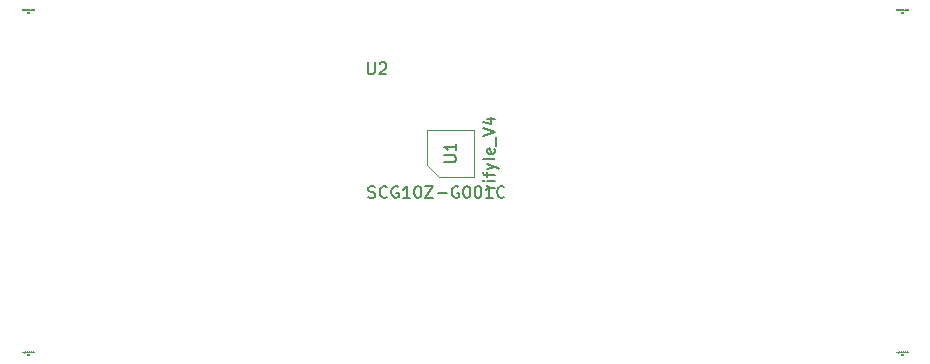
<source format=gbr>
G04 #@! TF.GenerationSoftware,KiCad,Pcbnew,6.0.9-8da3e8f707~117~ubuntu20.04.1*
G04 #@! TF.CreationDate,2022-12-15T16:30:46+01:00*
G04 #@! TF.ProjectId,picsyle-R_motion_915,70696373-796c-4652-9d52-5f6d6f74696f,rev?*
G04 #@! TF.SameCoordinates,Original*
G04 #@! TF.FileFunction,AssemblyDrawing,Top*
%FSLAX46Y46*%
G04 Gerber Fmt 4.6, Leading zero omitted, Abs format (unit mm)*
G04 Created by KiCad (PCBNEW 6.0.9-8da3e8f707~117~ubuntu20.04.1) date 2022-12-15 16:30:46*
%MOMM*%
%LPD*%
G01*
G04 APERTURE LIST*
%ADD10C,0.010000*%
%ADD11C,0.150000*%
%ADD12C,0.100000*%
G04 APERTURE END LIST*
D10*
X106713809Y-73520238D02*
X106713809Y-73420238D01*
X106713809Y-73467857D02*
X106770952Y-73467857D01*
X106770952Y-73520238D02*
X106770952Y-73420238D01*
X106809047Y-73420238D02*
X106870952Y-73420238D01*
X106837619Y-73458333D01*
X106851904Y-73458333D01*
X106861428Y-73463095D01*
X106866190Y-73467857D01*
X106870952Y-73477380D01*
X106870952Y-73501190D01*
X106866190Y-73510714D01*
X106861428Y-73515476D01*
X106851904Y-73520238D01*
X106823333Y-73520238D01*
X106813809Y-73515476D01*
X106809047Y-73510714D01*
X106335238Y-73203571D02*
X106335238Y-73270238D01*
X106292380Y-73203571D02*
X106292380Y-73255952D01*
X106297142Y-73265476D01*
X106306666Y-73270238D01*
X106320952Y-73270238D01*
X106330476Y-73265476D01*
X106335238Y-73260714D01*
X106382857Y-73203571D02*
X106382857Y-73270238D01*
X106382857Y-73213095D02*
X106387619Y-73208333D01*
X106397142Y-73203571D01*
X106411428Y-73203571D01*
X106420952Y-73208333D01*
X106425714Y-73217857D01*
X106425714Y-73270238D01*
X106473333Y-73203571D02*
X106473333Y-73303571D01*
X106473333Y-73208333D02*
X106482857Y-73203571D01*
X106501904Y-73203571D01*
X106511428Y-73208333D01*
X106516190Y-73213095D01*
X106520952Y-73222619D01*
X106520952Y-73251190D01*
X106516190Y-73260714D01*
X106511428Y-73265476D01*
X106501904Y-73270238D01*
X106482857Y-73270238D01*
X106473333Y-73265476D01*
X106578095Y-73270238D02*
X106568571Y-73265476D01*
X106563809Y-73255952D01*
X106563809Y-73170238D01*
X106659047Y-73270238D02*
X106659047Y-73217857D01*
X106654285Y-73208333D01*
X106644761Y-73203571D01*
X106625714Y-73203571D01*
X106616190Y-73208333D01*
X106659047Y-73265476D02*
X106649523Y-73270238D01*
X106625714Y-73270238D01*
X106616190Y-73265476D01*
X106611428Y-73255952D01*
X106611428Y-73246428D01*
X106616190Y-73236904D01*
X106625714Y-73232142D01*
X106649523Y-73232142D01*
X106659047Y-73227380D01*
X106692380Y-73203571D02*
X106730476Y-73203571D01*
X106706666Y-73170238D02*
X106706666Y-73255952D01*
X106711428Y-73265476D01*
X106720952Y-73270238D01*
X106730476Y-73270238D01*
X106801904Y-73265476D02*
X106792380Y-73270238D01*
X106773333Y-73270238D01*
X106763809Y-73265476D01*
X106759047Y-73255952D01*
X106759047Y-73217857D01*
X106763809Y-73208333D01*
X106773333Y-73203571D01*
X106792380Y-73203571D01*
X106801904Y-73208333D01*
X106806666Y-73217857D01*
X106806666Y-73227380D01*
X106759047Y-73236904D01*
X106892380Y-73270238D02*
X106892380Y-73170238D01*
X106892380Y-73265476D02*
X106882857Y-73270238D01*
X106863809Y-73270238D01*
X106854285Y-73265476D01*
X106849523Y-73260714D01*
X106844761Y-73251190D01*
X106844761Y-73222619D01*
X106849523Y-73213095D01*
X106854285Y-73208333D01*
X106863809Y-73203571D01*
X106882857Y-73203571D01*
X106892380Y-73208333D01*
X106916190Y-73279761D02*
X106992380Y-73279761D01*
X107016190Y-73270238D02*
X107016190Y-73170238D01*
X107059047Y-73270238D02*
X107059047Y-73217857D01*
X107054285Y-73208333D01*
X107044761Y-73203571D01*
X107030476Y-73203571D01*
X107020952Y-73208333D01*
X107016190Y-73213095D01*
X107120952Y-73270238D02*
X107111428Y-73265476D01*
X107106666Y-73260714D01*
X107101904Y-73251190D01*
X107101904Y-73222619D01*
X107106666Y-73213095D01*
X107111428Y-73208333D01*
X107120952Y-73203571D01*
X107135238Y-73203571D01*
X107144761Y-73208333D01*
X107149523Y-73213095D01*
X107154285Y-73222619D01*
X107154285Y-73251190D01*
X107149523Y-73260714D01*
X107144761Y-73265476D01*
X107135238Y-73270238D01*
X107120952Y-73270238D01*
X107211428Y-73270238D02*
X107201904Y-73265476D01*
X107197142Y-73255952D01*
X107197142Y-73170238D01*
X107287619Y-73265476D02*
X107278095Y-73270238D01*
X107259047Y-73270238D01*
X107249523Y-73265476D01*
X107244761Y-73255952D01*
X107244761Y-73217857D01*
X107249523Y-73208333D01*
X107259047Y-73203571D01*
X107278095Y-73203571D01*
X107287619Y-73208333D01*
X107292380Y-73217857D01*
X107292380Y-73227380D01*
X107244761Y-73236904D01*
D11*
X72322380Y-59362380D02*
X71655714Y-59362380D01*
X71846190Y-59362380D02*
X71750952Y-59314761D01*
X71703333Y-59267142D01*
X71655714Y-59171904D01*
X71655714Y-59076666D01*
X72322380Y-58743333D02*
X71655714Y-58743333D01*
X71322380Y-58743333D02*
X71370000Y-58790952D01*
X71417619Y-58743333D01*
X71370000Y-58695714D01*
X71322380Y-58743333D01*
X71417619Y-58743333D01*
X71655714Y-58410000D02*
X71655714Y-58029047D01*
X72322380Y-58267142D02*
X71465238Y-58267142D01*
X71370000Y-58219523D01*
X71322380Y-58124285D01*
X71322380Y-58029047D01*
X71655714Y-57790952D02*
X72322380Y-57552857D01*
X71655714Y-57314761D02*
X72322380Y-57552857D01*
X72560476Y-57648095D01*
X72608095Y-57695714D01*
X72655714Y-57790952D01*
X72322380Y-56790952D02*
X72274761Y-56886190D01*
X72179523Y-56933809D01*
X71322380Y-56933809D01*
X72274761Y-56029047D02*
X72322380Y-56124285D01*
X72322380Y-56314761D01*
X72274761Y-56410000D01*
X72179523Y-56457619D01*
X71798571Y-56457619D01*
X71703333Y-56410000D01*
X71655714Y-56314761D01*
X71655714Y-56124285D01*
X71703333Y-56029047D01*
X71798571Y-55981428D01*
X71893809Y-55981428D01*
X71989047Y-56457619D01*
X72417619Y-55790952D02*
X72417619Y-55029047D01*
X71322380Y-54933809D02*
X72322380Y-54600476D01*
X71322380Y-54267142D01*
X71655714Y-53505238D02*
X72322380Y-53505238D01*
X71274761Y-53743333D02*
X71989047Y-53981428D01*
X71989047Y-53362380D01*
X68022380Y-57171904D02*
X68831904Y-57171904D01*
X68927142Y-57124285D01*
X68974761Y-57076666D01*
X69022380Y-56981428D01*
X69022380Y-56790952D01*
X68974761Y-56695714D01*
X68927142Y-56648095D01*
X68831904Y-56600476D01*
X68022380Y-56600476D01*
X69022380Y-55600476D02*
X69022380Y-56171904D01*
X69022380Y-55886190D02*
X68022380Y-55886190D01*
X68165238Y-55981428D01*
X68260476Y-56076666D01*
X68308095Y-56171904D01*
D10*
X32713809Y-73520238D02*
X32713809Y-73420238D01*
X32713809Y-73467857D02*
X32770952Y-73467857D01*
X32770952Y-73520238D02*
X32770952Y-73420238D01*
X32861428Y-73453571D02*
X32861428Y-73520238D01*
X32837619Y-73415476D02*
X32813809Y-73486904D01*
X32875714Y-73486904D01*
X32335238Y-73203571D02*
X32335238Y-73270238D01*
X32292380Y-73203571D02*
X32292380Y-73255952D01*
X32297142Y-73265476D01*
X32306666Y-73270238D01*
X32320952Y-73270238D01*
X32330476Y-73265476D01*
X32335238Y-73260714D01*
X32382857Y-73203571D02*
X32382857Y-73270238D01*
X32382857Y-73213095D02*
X32387619Y-73208333D01*
X32397142Y-73203571D01*
X32411428Y-73203571D01*
X32420952Y-73208333D01*
X32425714Y-73217857D01*
X32425714Y-73270238D01*
X32473333Y-73203571D02*
X32473333Y-73303571D01*
X32473333Y-73208333D02*
X32482857Y-73203571D01*
X32501904Y-73203571D01*
X32511428Y-73208333D01*
X32516190Y-73213095D01*
X32520952Y-73222619D01*
X32520952Y-73251190D01*
X32516190Y-73260714D01*
X32511428Y-73265476D01*
X32501904Y-73270238D01*
X32482857Y-73270238D01*
X32473333Y-73265476D01*
X32578095Y-73270238D02*
X32568571Y-73265476D01*
X32563809Y-73255952D01*
X32563809Y-73170238D01*
X32659047Y-73270238D02*
X32659047Y-73217857D01*
X32654285Y-73208333D01*
X32644761Y-73203571D01*
X32625714Y-73203571D01*
X32616190Y-73208333D01*
X32659047Y-73265476D02*
X32649523Y-73270238D01*
X32625714Y-73270238D01*
X32616190Y-73265476D01*
X32611428Y-73255952D01*
X32611428Y-73246428D01*
X32616190Y-73236904D01*
X32625714Y-73232142D01*
X32649523Y-73232142D01*
X32659047Y-73227380D01*
X32692380Y-73203571D02*
X32730476Y-73203571D01*
X32706666Y-73170238D02*
X32706666Y-73255952D01*
X32711428Y-73265476D01*
X32720952Y-73270238D01*
X32730476Y-73270238D01*
X32801904Y-73265476D02*
X32792380Y-73270238D01*
X32773333Y-73270238D01*
X32763809Y-73265476D01*
X32759047Y-73255952D01*
X32759047Y-73217857D01*
X32763809Y-73208333D01*
X32773333Y-73203571D01*
X32792380Y-73203571D01*
X32801904Y-73208333D01*
X32806666Y-73217857D01*
X32806666Y-73227380D01*
X32759047Y-73236904D01*
X32892380Y-73270238D02*
X32892380Y-73170238D01*
X32892380Y-73265476D02*
X32882857Y-73270238D01*
X32863809Y-73270238D01*
X32854285Y-73265476D01*
X32849523Y-73260714D01*
X32844761Y-73251190D01*
X32844761Y-73222619D01*
X32849523Y-73213095D01*
X32854285Y-73208333D01*
X32863809Y-73203571D01*
X32882857Y-73203571D01*
X32892380Y-73208333D01*
X32916190Y-73279761D02*
X32992380Y-73279761D01*
X33016190Y-73270238D02*
X33016190Y-73170238D01*
X33059047Y-73270238D02*
X33059047Y-73217857D01*
X33054285Y-73208333D01*
X33044761Y-73203571D01*
X33030476Y-73203571D01*
X33020952Y-73208333D01*
X33016190Y-73213095D01*
X33120952Y-73270238D02*
X33111428Y-73265476D01*
X33106666Y-73260714D01*
X33101904Y-73251190D01*
X33101904Y-73222619D01*
X33106666Y-73213095D01*
X33111428Y-73208333D01*
X33120952Y-73203571D01*
X33135238Y-73203571D01*
X33144761Y-73208333D01*
X33149523Y-73213095D01*
X33154285Y-73222619D01*
X33154285Y-73251190D01*
X33149523Y-73260714D01*
X33144761Y-73265476D01*
X33135238Y-73270238D01*
X33120952Y-73270238D01*
X33211428Y-73270238D02*
X33201904Y-73265476D01*
X33197142Y-73255952D01*
X33197142Y-73170238D01*
X33287619Y-73265476D02*
X33278095Y-73270238D01*
X33259047Y-73270238D01*
X33249523Y-73265476D01*
X33244761Y-73255952D01*
X33244761Y-73217857D01*
X33249523Y-73208333D01*
X33259047Y-73203571D01*
X33278095Y-73203571D01*
X33287619Y-73208333D01*
X33292380Y-73217857D01*
X33292380Y-73227380D01*
X33244761Y-73236904D01*
X106713809Y-44520238D02*
X106713809Y-44420238D01*
X106713809Y-44467857D02*
X106770952Y-44467857D01*
X106770952Y-44520238D02*
X106770952Y-44420238D01*
X106813809Y-44429761D02*
X106818571Y-44425000D01*
X106828095Y-44420238D01*
X106851904Y-44420238D01*
X106861428Y-44425000D01*
X106866190Y-44429761D01*
X106870952Y-44439285D01*
X106870952Y-44448809D01*
X106866190Y-44463095D01*
X106809047Y-44520238D01*
X106870952Y-44520238D01*
X106335238Y-44203571D02*
X106335238Y-44270238D01*
X106292380Y-44203571D02*
X106292380Y-44255952D01*
X106297142Y-44265476D01*
X106306666Y-44270238D01*
X106320952Y-44270238D01*
X106330476Y-44265476D01*
X106335238Y-44260714D01*
X106382857Y-44203571D02*
X106382857Y-44270238D01*
X106382857Y-44213095D02*
X106387619Y-44208333D01*
X106397142Y-44203571D01*
X106411428Y-44203571D01*
X106420952Y-44208333D01*
X106425714Y-44217857D01*
X106425714Y-44270238D01*
X106473333Y-44203571D02*
X106473333Y-44303571D01*
X106473333Y-44208333D02*
X106482857Y-44203571D01*
X106501904Y-44203571D01*
X106511428Y-44208333D01*
X106516190Y-44213095D01*
X106520952Y-44222619D01*
X106520952Y-44251190D01*
X106516190Y-44260714D01*
X106511428Y-44265476D01*
X106501904Y-44270238D01*
X106482857Y-44270238D01*
X106473333Y-44265476D01*
X106578095Y-44270238D02*
X106568571Y-44265476D01*
X106563809Y-44255952D01*
X106563809Y-44170238D01*
X106659047Y-44270238D02*
X106659047Y-44217857D01*
X106654285Y-44208333D01*
X106644761Y-44203571D01*
X106625714Y-44203571D01*
X106616190Y-44208333D01*
X106659047Y-44265476D02*
X106649523Y-44270238D01*
X106625714Y-44270238D01*
X106616190Y-44265476D01*
X106611428Y-44255952D01*
X106611428Y-44246428D01*
X106616190Y-44236904D01*
X106625714Y-44232142D01*
X106649523Y-44232142D01*
X106659047Y-44227380D01*
X106692380Y-44203571D02*
X106730476Y-44203571D01*
X106706666Y-44170238D02*
X106706666Y-44255952D01*
X106711428Y-44265476D01*
X106720952Y-44270238D01*
X106730476Y-44270238D01*
X106801904Y-44265476D02*
X106792380Y-44270238D01*
X106773333Y-44270238D01*
X106763809Y-44265476D01*
X106759047Y-44255952D01*
X106759047Y-44217857D01*
X106763809Y-44208333D01*
X106773333Y-44203571D01*
X106792380Y-44203571D01*
X106801904Y-44208333D01*
X106806666Y-44217857D01*
X106806666Y-44227380D01*
X106759047Y-44236904D01*
X106892380Y-44270238D02*
X106892380Y-44170238D01*
X106892380Y-44265476D02*
X106882857Y-44270238D01*
X106863809Y-44270238D01*
X106854285Y-44265476D01*
X106849523Y-44260714D01*
X106844761Y-44251190D01*
X106844761Y-44222619D01*
X106849523Y-44213095D01*
X106854285Y-44208333D01*
X106863809Y-44203571D01*
X106882857Y-44203571D01*
X106892380Y-44208333D01*
X106916190Y-44279761D02*
X106992380Y-44279761D01*
X107016190Y-44270238D02*
X107016190Y-44170238D01*
X107059047Y-44270238D02*
X107059047Y-44217857D01*
X107054285Y-44208333D01*
X107044761Y-44203571D01*
X107030476Y-44203571D01*
X107020952Y-44208333D01*
X107016190Y-44213095D01*
X107120952Y-44270238D02*
X107111428Y-44265476D01*
X107106666Y-44260714D01*
X107101904Y-44251190D01*
X107101904Y-44222619D01*
X107106666Y-44213095D01*
X107111428Y-44208333D01*
X107120952Y-44203571D01*
X107135238Y-44203571D01*
X107144761Y-44208333D01*
X107149523Y-44213095D01*
X107154285Y-44222619D01*
X107154285Y-44251190D01*
X107149523Y-44260714D01*
X107144761Y-44265476D01*
X107135238Y-44270238D01*
X107120952Y-44270238D01*
X107211428Y-44270238D02*
X107201904Y-44265476D01*
X107197142Y-44255952D01*
X107197142Y-44170238D01*
X107287619Y-44265476D02*
X107278095Y-44270238D01*
X107259047Y-44270238D01*
X107249523Y-44265476D01*
X107244761Y-44255952D01*
X107244761Y-44217857D01*
X107249523Y-44208333D01*
X107259047Y-44203571D01*
X107278095Y-44203571D01*
X107287619Y-44208333D01*
X107292380Y-44217857D01*
X107292380Y-44227380D01*
X107244761Y-44236904D01*
D11*
X61598095Y-60154761D02*
X61740952Y-60202380D01*
X61979047Y-60202380D01*
X62074285Y-60154761D01*
X62121904Y-60107142D01*
X62169523Y-60011904D01*
X62169523Y-59916666D01*
X62121904Y-59821428D01*
X62074285Y-59773809D01*
X61979047Y-59726190D01*
X61788571Y-59678571D01*
X61693333Y-59630952D01*
X61645714Y-59583333D01*
X61598095Y-59488095D01*
X61598095Y-59392857D01*
X61645714Y-59297619D01*
X61693333Y-59250000D01*
X61788571Y-59202380D01*
X62026666Y-59202380D01*
X62169523Y-59250000D01*
X63169523Y-60107142D02*
X63121904Y-60154761D01*
X62979047Y-60202380D01*
X62883809Y-60202380D01*
X62740952Y-60154761D01*
X62645714Y-60059523D01*
X62598095Y-59964285D01*
X62550476Y-59773809D01*
X62550476Y-59630952D01*
X62598095Y-59440476D01*
X62645714Y-59345238D01*
X62740952Y-59250000D01*
X62883809Y-59202380D01*
X62979047Y-59202380D01*
X63121904Y-59250000D01*
X63169523Y-59297619D01*
X64121904Y-59250000D02*
X64026666Y-59202380D01*
X63883809Y-59202380D01*
X63740952Y-59250000D01*
X63645714Y-59345238D01*
X63598095Y-59440476D01*
X63550476Y-59630952D01*
X63550476Y-59773809D01*
X63598095Y-59964285D01*
X63645714Y-60059523D01*
X63740952Y-60154761D01*
X63883809Y-60202380D01*
X63979047Y-60202380D01*
X64121904Y-60154761D01*
X64169523Y-60107142D01*
X64169523Y-59773809D01*
X63979047Y-59773809D01*
X65121904Y-60202380D02*
X64550476Y-60202380D01*
X64836190Y-60202380D02*
X64836190Y-59202380D01*
X64740952Y-59345238D01*
X64645714Y-59440476D01*
X64550476Y-59488095D01*
X65740952Y-59202380D02*
X65836190Y-59202380D01*
X65931428Y-59250000D01*
X65979047Y-59297619D01*
X66026666Y-59392857D01*
X66074285Y-59583333D01*
X66074285Y-59821428D01*
X66026666Y-60011904D01*
X65979047Y-60107142D01*
X65931428Y-60154761D01*
X65836190Y-60202380D01*
X65740952Y-60202380D01*
X65645714Y-60154761D01*
X65598095Y-60107142D01*
X65550476Y-60011904D01*
X65502857Y-59821428D01*
X65502857Y-59583333D01*
X65550476Y-59392857D01*
X65598095Y-59297619D01*
X65645714Y-59250000D01*
X65740952Y-59202380D01*
X66407619Y-59202380D02*
X67074285Y-59202380D01*
X66407619Y-60202380D01*
X67074285Y-60202380D01*
X67455238Y-59821428D02*
X68217142Y-59821428D01*
X69217142Y-59250000D02*
X69121904Y-59202380D01*
X68979047Y-59202380D01*
X68836190Y-59250000D01*
X68740952Y-59345238D01*
X68693333Y-59440476D01*
X68645714Y-59630952D01*
X68645714Y-59773809D01*
X68693333Y-59964285D01*
X68740952Y-60059523D01*
X68836190Y-60154761D01*
X68979047Y-60202380D01*
X69074285Y-60202380D01*
X69217142Y-60154761D01*
X69264761Y-60107142D01*
X69264761Y-59773809D01*
X69074285Y-59773809D01*
X69883809Y-59202380D02*
X69979047Y-59202380D01*
X70074285Y-59250000D01*
X70121904Y-59297619D01*
X70169523Y-59392857D01*
X70217142Y-59583333D01*
X70217142Y-59821428D01*
X70169523Y-60011904D01*
X70121904Y-60107142D01*
X70074285Y-60154761D01*
X69979047Y-60202380D01*
X69883809Y-60202380D01*
X69788571Y-60154761D01*
X69740952Y-60107142D01*
X69693333Y-60011904D01*
X69645714Y-59821428D01*
X69645714Y-59583333D01*
X69693333Y-59392857D01*
X69740952Y-59297619D01*
X69788571Y-59250000D01*
X69883809Y-59202380D01*
X70836190Y-59202380D02*
X70931428Y-59202380D01*
X71026666Y-59250000D01*
X71074285Y-59297619D01*
X71121904Y-59392857D01*
X71169523Y-59583333D01*
X71169523Y-59821428D01*
X71121904Y-60011904D01*
X71074285Y-60107142D01*
X71026666Y-60154761D01*
X70931428Y-60202380D01*
X70836190Y-60202380D01*
X70740952Y-60154761D01*
X70693333Y-60107142D01*
X70645714Y-60011904D01*
X70598095Y-59821428D01*
X70598095Y-59583333D01*
X70645714Y-59392857D01*
X70693333Y-59297619D01*
X70740952Y-59250000D01*
X70836190Y-59202380D01*
X72121904Y-60202380D02*
X71550476Y-60202380D01*
X71836190Y-60202380D02*
X71836190Y-59202380D01*
X71740952Y-59345238D01*
X71645714Y-59440476D01*
X71550476Y-59488095D01*
X73121904Y-60107142D02*
X73074285Y-60154761D01*
X72931428Y-60202380D01*
X72836190Y-60202380D01*
X72693333Y-60154761D01*
X72598095Y-60059523D01*
X72550476Y-59964285D01*
X72502857Y-59773809D01*
X72502857Y-59630952D01*
X72550476Y-59440476D01*
X72598095Y-59345238D01*
X72693333Y-59250000D01*
X72836190Y-59202380D01*
X72931428Y-59202380D01*
X73074285Y-59250000D01*
X73121904Y-59297619D01*
X61548095Y-48732380D02*
X61548095Y-49541904D01*
X61595714Y-49637142D01*
X61643333Y-49684761D01*
X61738571Y-49732380D01*
X61929047Y-49732380D01*
X62024285Y-49684761D01*
X62071904Y-49637142D01*
X62119523Y-49541904D01*
X62119523Y-48732380D01*
X62548095Y-48827619D02*
X62595714Y-48780000D01*
X62690952Y-48732380D01*
X62929047Y-48732380D01*
X63024285Y-48780000D01*
X63071904Y-48827619D01*
X63119523Y-48922857D01*
X63119523Y-49018095D01*
X63071904Y-49160952D01*
X62500476Y-49732380D01*
X63119523Y-49732380D01*
D10*
X32713809Y-44520238D02*
X32713809Y-44420238D01*
X32713809Y-44467857D02*
X32770952Y-44467857D01*
X32770952Y-44520238D02*
X32770952Y-44420238D01*
X32870952Y-44520238D02*
X32813809Y-44520238D01*
X32842380Y-44520238D02*
X32842380Y-44420238D01*
X32832857Y-44434523D01*
X32823333Y-44444047D01*
X32813809Y-44448809D01*
X32335238Y-44203571D02*
X32335238Y-44270238D01*
X32292380Y-44203571D02*
X32292380Y-44255952D01*
X32297142Y-44265476D01*
X32306666Y-44270238D01*
X32320952Y-44270238D01*
X32330476Y-44265476D01*
X32335238Y-44260714D01*
X32382857Y-44203571D02*
X32382857Y-44270238D01*
X32382857Y-44213095D02*
X32387619Y-44208333D01*
X32397142Y-44203571D01*
X32411428Y-44203571D01*
X32420952Y-44208333D01*
X32425714Y-44217857D01*
X32425714Y-44270238D01*
X32473333Y-44203571D02*
X32473333Y-44303571D01*
X32473333Y-44208333D02*
X32482857Y-44203571D01*
X32501904Y-44203571D01*
X32511428Y-44208333D01*
X32516190Y-44213095D01*
X32520952Y-44222619D01*
X32520952Y-44251190D01*
X32516190Y-44260714D01*
X32511428Y-44265476D01*
X32501904Y-44270238D01*
X32482857Y-44270238D01*
X32473333Y-44265476D01*
X32578095Y-44270238D02*
X32568571Y-44265476D01*
X32563809Y-44255952D01*
X32563809Y-44170238D01*
X32659047Y-44270238D02*
X32659047Y-44217857D01*
X32654285Y-44208333D01*
X32644761Y-44203571D01*
X32625714Y-44203571D01*
X32616190Y-44208333D01*
X32659047Y-44265476D02*
X32649523Y-44270238D01*
X32625714Y-44270238D01*
X32616190Y-44265476D01*
X32611428Y-44255952D01*
X32611428Y-44246428D01*
X32616190Y-44236904D01*
X32625714Y-44232142D01*
X32649523Y-44232142D01*
X32659047Y-44227380D01*
X32692380Y-44203571D02*
X32730476Y-44203571D01*
X32706666Y-44170238D02*
X32706666Y-44255952D01*
X32711428Y-44265476D01*
X32720952Y-44270238D01*
X32730476Y-44270238D01*
X32801904Y-44265476D02*
X32792380Y-44270238D01*
X32773333Y-44270238D01*
X32763809Y-44265476D01*
X32759047Y-44255952D01*
X32759047Y-44217857D01*
X32763809Y-44208333D01*
X32773333Y-44203571D01*
X32792380Y-44203571D01*
X32801904Y-44208333D01*
X32806666Y-44217857D01*
X32806666Y-44227380D01*
X32759047Y-44236904D01*
X32892380Y-44270238D02*
X32892380Y-44170238D01*
X32892380Y-44265476D02*
X32882857Y-44270238D01*
X32863809Y-44270238D01*
X32854285Y-44265476D01*
X32849523Y-44260714D01*
X32844761Y-44251190D01*
X32844761Y-44222619D01*
X32849523Y-44213095D01*
X32854285Y-44208333D01*
X32863809Y-44203571D01*
X32882857Y-44203571D01*
X32892380Y-44208333D01*
X32916190Y-44279761D02*
X32992380Y-44279761D01*
X33016190Y-44270238D02*
X33016190Y-44170238D01*
X33059047Y-44270238D02*
X33059047Y-44217857D01*
X33054285Y-44208333D01*
X33044761Y-44203571D01*
X33030476Y-44203571D01*
X33020952Y-44208333D01*
X33016190Y-44213095D01*
X33120952Y-44270238D02*
X33111428Y-44265476D01*
X33106666Y-44260714D01*
X33101904Y-44251190D01*
X33101904Y-44222619D01*
X33106666Y-44213095D01*
X33111428Y-44208333D01*
X33120952Y-44203571D01*
X33135238Y-44203571D01*
X33144761Y-44208333D01*
X33149523Y-44213095D01*
X33154285Y-44222619D01*
X33154285Y-44251190D01*
X33149523Y-44260714D01*
X33144761Y-44265476D01*
X33135238Y-44270238D01*
X33120952Y-44270238D01*
X33211428Y-44270238D02*
X33201904Y-44265476D01*
X33197142Y-44255952D01*
X33197142Y-44170238D01*
X33287619Y-44265476D02*
X33278095Y-44270238D01*
X33259047Y-44270238D01*
X33249523Y-44265476D01*
X33244761Y-44255952D01*
X33244761Y-44217857D01*
X33249523Y-44208333D01*
X33259047Y-44203571D01*
X33278095Y-44203571D01*
X33287619Y-44208333D01*
X33292380Y-44217857D01*
X33292380Y-44227380D01*
X33244761Y-44236904D01*
D12*
X70570000Y-58410000D02*
X67570000Y-58410000D01*
X66570000Y-54410000D02*
X70570000Y-54410000D01*
X67570000Y-58410000D02*
X66570000Y-57410000D01*
X66570000Y-57410000D02*
X66570000Y-54410000D01*
X70570000Y-54410000D02*
X70570000Y-58410000D01*
M02*

</source>
